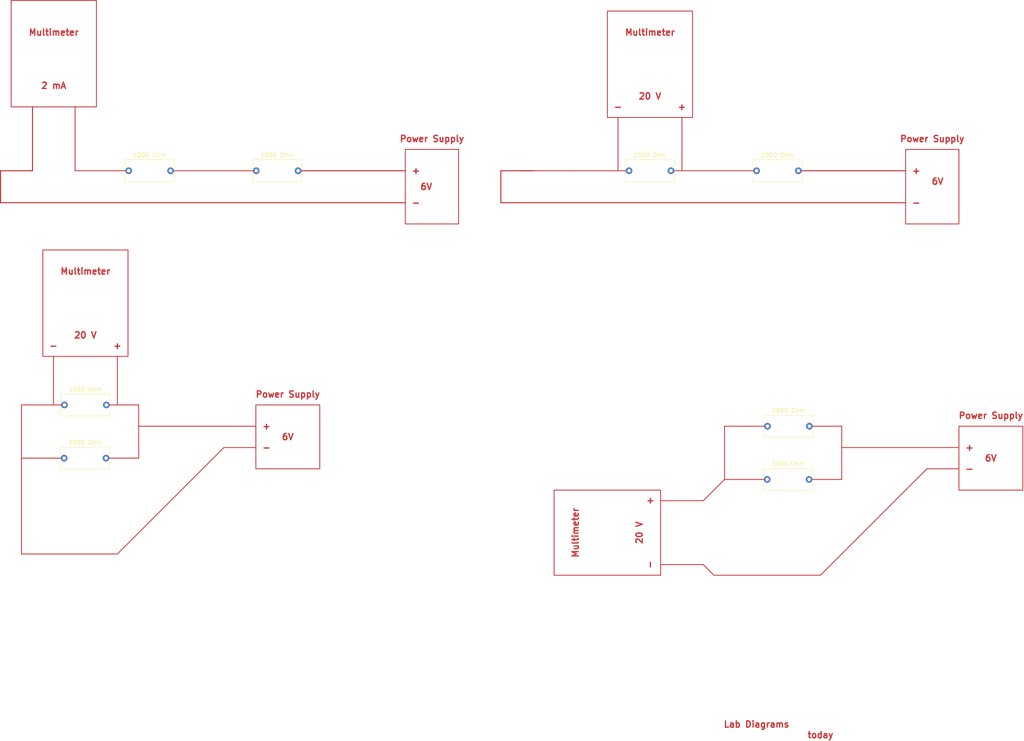
<source format=kicad_pcb>
(kicad_pcb (version 20211014) (generator pcbnew)
  (layers (0 "F.Cu" signal) (31 "B.Cu" signal) (34 "B.Paste" user) (35 "F.Paste" user) (36 "B.SilkS" user "B.Silkscreen") (37 "F.SilkS" user "F.Silkscreen") (38 "B.Mask" user) (39 "F.Mask" user) (44 "Edge.Cuts" user))
  (net 0 "")
  (footprint "Capacitor_THT:C_Rect_L11.5mm_W5.0mm_P10.00mm_MKT" (layer "F.Cu") (at 30.48 127)
    (fp_text reference "1000 Ohm" (at 5 -3.75) (layer "F.SilkS"))
    (fp_text value "")
    (fp_line (start -0.87 -2.62) (end -0.87 -0.665) (layer "F.SilkS") (width 0.12))
    (fp_line (start -0.87 0.665) (end -0.87 2.62) (layer "F.SilkS") (width 0.12))
    (fp_line (start 10.87 0.665) (end 10.87 2.62) (layer "F.SilkS") (width 0.12))
    (fp_line (start -0.87 2.62) (end 10.87 2.62) (layer "F.SilkS") (width 0.12))
    (fp_line (start -0.87 -2.62) (end 10.87 -2.62) (layer "F.SilkS") (width 0.12))
    (fp_line (start 10.87 -2.62) (end 10.87 -0.665) (layer "F.SilkS") (width 0.12))
    (pad "1" thru_hole circle (at 0 0) (size 1.6 1.6) (drill 0.8) (layers F&B.Cu *.Mask))
    (pad "2" thru_hole circle (at 10 0) (size 1.6 1.6) (drill 0.8) (layers F&B.Cu *.Mask))
  )
  (footprint "Capacitor_THT:C_Rect_L11.5mm_W5.0mm_P10.00mm_MKT" (layer "F.Cu") (at 165.18 58.42)
    (fp_text reference "1000 Ohm" (at 5 -3.75) (layer "F.SilkS"))
    (fp_text value "")
    (fp_line (start -0.87 -2.62) (end -0.87 -0.665) (layer "F.SilkS") (width 0.12))
    (fp_line (start 10.87 0.665) (end 10.87 2.62) (layer "F.SilkS") (width 0.12))
    (fp_line (start -0.87 -2.62) (end 10.87 -2.62) (layer "F.SilkS") (width 0.12))
    (fp_line (start -0.87 0.665) (end -0.87 2.62) (layer "F.SilkS") (width 0.12))
    (fp_line (start 10.87 -2.62) (end 10.87 -0.665) (layer "F.SilkS") (width 0.12))
    (fp_line (start -0.87 2.62) (end 10.87 2.62) (layer "F.SilkS") (width 0.12))
    (pad "1" thru_hole circle (at 0 0) (size 1.6 1.6) (drill 0.8) (layers F&B.Cu *.Mask))
    (pad "2" thru_hole circle (at 10 0) (size 1.6 1.6) (drill 0.8) (layers F&B.Cu *.Mask))
  )
  (footprint "Capacitor_THT:C_Rect_L11.5mm_W5.0mm_P10.00mm_MKT" (layer "F.Cu") (at 30.56 114.3)
    (fp_text reference "1000 Ohm" (at 5 -3.75) (layer "F.SilkS"))
    (fp_text value "")
    (fp_line (start -0.87 -2.62) (end 10.87 -2.62) (layer "F.SilkS") (width 0.12))
    (fp_line (start -0.87 2.62) (end 10.87 2.62) (layer "F.SilkS") (width 0.12))
    (fp_line (start 10.87 -2.62) (end 10.87 -0.665) (layer "F.SilkS") (width 0.12))
    (fp_line (start -0.87 -2.62) (end -0.87 -0.665) (layer "F.SilkS") (width 0.12))
    (fp_line (start 10.87 0.665) (end 10.87 2.62) (layer "F.SilkS") (width 0.12))
    (fp_line (start -0.87 0.665) (end -0.87 2.62) (layer "F.SilkS") (width 0.12))
    (pad "1" thru_hole circle (at 0 0) (size 1.6 1.6) (drill 0.8) (layers F&B.Cu *.Mask))
    (pad "2" thru_hole circle (at 10 0) (size 1.6 1.6) (drill 0.8) (layers F&B.Cu *.Mask))
  )
  (footprint "Capacitor_THT:C_Rect_L11.5mm_W5.0mm_P10.00mm_MKT" (layer "F.Cu") (at 198.12 132.08)
    (fp_text reference "1000 Ohm" (at 5 -3.75) (layer "F.SilkS"))
    (fp_text value "")
    (fp_line (start -0.87 2.62) (end 10.87 2.62) (layer "F.SilkS") (width 0.12))
    (fp_line (start 10.87 0.665) (end 10.87 2.62) (layer "F.SilkS") (width 0.12))
    (fp_line (start -0.87 0.665) (end -0.87 2.62) (layer "F.SilkS") (width 0.12))
    (fp_line (start 10.87 -2.62) (end 10.87 -0.665) (layer "F.SilkS") (width 0.12))
    (fp_line (start -0.87 -2.62) (end 10.87 -2.62) (layer "F.SilkS") (width 0.12))
    (fp_line (start -0.87 -2.62) (end -0.87 -0.665) (layer "F.SilkS") (width 0.12))
    (pad "1" thru_hole circle (at 0 0) (size 1.6 1.6) (drill 0.8) (layers F&B.Cu *.Mask))
    (pad "2" thru_hole circle (at 10 0) (size 1.6 1.6) (drill 0.8) (layers F&B.Cu *.Mask))
  )
  (footprint "Capacitor_THT:C_Rect_L11.5mm_W5.0mm_P10.00mm_MKT" (layer "F.Cu") (at 45.88 58.42)
    (fp_text reference "1000 Ohm" (at 5 -3.75) (layer "F.SilkS"))
    (fp_text value "")
    (fp_line (start 10.87 0.665) (end 10.87 2.62) (layer "F.SilkS") (width 0.12))
    (fp_line (start 10.87 -2.62) (end 10.87 -0.665) (layer "F.SilkS") (width 0.12))
    (fp_line (start -0.87 0.665) (end -0.87 2.62) (layer "F.SilkS") (width 0.12))
    (fp_line (start -0.87 -2.62) (end -0.87 -0.665) (layer "F.SilkS") (width 0.12))
    (fp_line (start -0.87 -2.62) (end 10.87 -2.62) (layer "F.SilkS") (width 0.12))
    (fp_line (start -0.87 2.62) (end 10.87 2.62) (layer "F.SilkS") (width 0.12))
    (pad "1" thru_hole circle (at 0 0) (size 1.6 1.6) (drill 0.8) (layers F&B.Cu *.Mask))
    (pad "2" thru_hole circle (at 10 0) (size 1.6 1.6) (drill 0.8) (layers F&B.Cu *.Mask))
  )
  (footprint "Capacitor_THT:C_Rect_L11.5mm_W5.0mm_P10.00mm_MKT" (layer "F.Cu") (at 76.28 58.42)
    (fp_text reference "1000 Ohm" (at 5 -3.75) (layer "F.SilkS"))
    (fp_text value "")
    (fp_line (start 10.87 0.665) (end 10.87 2.62) (layer "F.SilkS") (width 0.12))
    (fp_line (start -0.87 -2.62) (end 10.87 -2.62) (layer "F.SilkS") (width 0.12))
    (fp_line (start -0.87 0.665) (end -0.87 2.62) (layer "F.SilkS") (width 0.12))
    (fp_line (start 10.87 -2.62) (end 10.87 -0.665) (layer "F.SilkS") (width 0.12))
    (fp_line (start -0.87 2.62) (end 10.87 2.62) (layer "F.SilkS") (width 0.12))
    (fp_line (start -0.87 -2.62) (end -0.87 -0.665) (layer "F.SilkS") (width 0.12))
    (pad "1" thru_hole circle (at 0 0) (size 1.6 1.6) (drill 0.8) (layers F&B.Cu *.Mask))
    (pad "2" thru_hole circle (at 10 0) (size 1.6 1.6) (drill 0.8) (layers F&B.Cu *.Mask))
  )
  (footprint "Capacitor_THT:C_Rect_L11.5mm_W5.0mm_P10.00mm_MKT" (layer "F.Cu") (at 198.2 119.38)
    (fp_text reference "1000 Ohm" (at 5 -3.75) (layer "F.SilkS"))
    (fp_text value "")
    (fp_line (start 10.87 0.665) (end 10.87 2.62) (layer "F.SilkS") (width 0.12))
    (fp_line (start -0.87 -2.62) (end 10.87 -2.62) (layer "F.SilkS") (width 0.12))
    (fp_line (start -0.87 0.665) (end -0.87 2.62) (layer "F.SilkS") (width 0.12))
    (fp_line (start 10.87 -2.62) (end 10.87 -0.665) (layer "F.SilkS") (width 0.12))
    (fp_line (start -0.87 2.62) (end 10.87 2.62) (layer "F.SilkS") (width 0.12))
    (fp_line (start -0.87 -2.62) (end -0.87 -0.665) (layer "F.SilkS") (width 0.12))
    (pad "1" thru_hole circle (at 0 0) (size 1.6 1.6) (drill 0.8) (layers F&B.Cu *.Mask))
    (pad "2" thru_hole circle (at 10 0) (size 1.6 1.6) (drill 0.8) (layers F&B.Cu *.Mask))
  )
  (footprint "Capacitor_THT:C_Rect_L11.5mm_W5.0mm_P10.00mm_MKT" (layer "F.Cu") (at 195.58 58.42)
    (fp_text reference "1000 Ohm" (at 5 -3.75) (layer "F.SilkS"))
    (fp_text value "")
    (fp_line (start -0.87 0.665) (end -0.87 2.62) (layer "F.SilkS") (width 0.12))
    (fp_line (start -0.87 2.62) (end 10.87 2.62) (layer "F.SilkS") (width 0.12))
    (fp_line (start 10.87 -2.62) (end 10.87 -0.665) (layer "F.SilkS") (width 0.12))
    (fp_line (start 10.87 0.665) (end 10.87 2.62) (layer "F.SilkS") (width 0.12))
    (fp_line (start -0.87 -2.62) (end 10.87 -2.62) (layer "F.SilkS") (width 0.12))
    (fp_line (start -0.87 -2.62) (end -0.87 -0.665) (layer "F.SilkS") (width 0.12))
    (pad "1" thru_hole circle (at 0 0) (size 1.6 1.6) (drill 0.8) (layers F&B.Cu *.Mask))
    (pad "2" thru_hole circle (at 10 0) (size 1.6 1.6) (drill 0.8) (layers F&B.Cu *.Mask))
  )
  (gr_rect (start 111.84 53.34) (end 124.54 71.12) (layer "F.Cu") (width 0.2) (fill none))
  (gr_line (start 27.943749 102.783518) (end 27.94 114.3) (layer "F.Cu") (width 0.2))
  (gr_line (start 162.56 45.72) (end 162.56 58.42) (layer "F.Cu") (width 0.2))
  (gr_rect (start 17.86 17.78) (end 38.18 43.18) (layer "F.Cu") (width 0.2) (fill none))
  (gr_line (start 177.8 58.42) (end 177.8 45.72) (layer "F.Cu") (width 0.2))
  (gr_rect (start 76.2 114.3) (end 91.44 129.54) (layer "F.Cu") (width 0.2) (fill none))
  (gr_rect (start 25.4 77.33) (end 45.72 102.73) (layer "F.Cu") (width 0.2) (fill none))
  (gr_rect (start 231.14 53.34) (end 243.84 71.12) (layer "F.Cu") (width 0.2) (fill none))
  (gr_rect (start 243.84 119.38) (end 259.08 134.62) (layer "F.Cu") (width 0.2) (fill none))
  (gr_rect (start 147.32 154.94) (end 172.72 134.62) (layer "F.Cu") (width 0.2) (fill none))
  (gr_line (start 43.18 102.73) (end 43.18 114.3) (layer "F.Cu") (width 0.2))
  (gr_rect (start 160.02 20.32) (end 180.34 45.72) (layer "F.Cu") (width 0.2) (fill none))
  (gr_text "+" (at 246.38 124.46) (layer "F.Cu") (effects (font (size 1.5 1.5) (thickness 0.3))))
  (gr_text "-" (at 114.38 66.04) (layer "F.Cu") (effects (font (size 1.5 1.5) (thickness 0.3))))
  (gr_text "Multimeter" (at 28.02 25.4) (layer "F.Cu") (effects (font (size 1.5 1.5) (thickness 0.3))))
  (gr_text "-" (at 162.56 43.18) (layer "F.Cu") (effects (font (size 1.5 1.5) (thickness 0.3))))
  (gr_text "+\n" (at 233.68 58.42) (layer "F.Cu") (effects (font (size 1.5 1.5) (thickness 0.3))))
  (gr_text "Multimeter" (at 35.56 82.41) (layer "F.Cu") (effects (font (size 1.5 1.5) (thickness 0.3))))
  (gr_text "2 mA" (at 28.02 38.1) (layer "F.Cu") (effects (font (size 1.5 1.5) (thickness 0.3))))
  (gr_text "20 V" (at 170.18 40.64) (layer "F.Cu") (effects (font (size 1.5 1.5) (thickness 0.3))))
  (gr_text "+\n" (at 170.18 137.16 90) (layer "F.Cu") (effects (font (size 1.5 1.5) (thickness 0.3))))
  (gr_text "20 V" (at 35.56 97.65) (layer "F.Cu") (effects (font (size 1.5 1.5) (thickness 0.3))))
  (gr_text "6V" (at 251.46 127) (layer "F.Cu") (effects (font (size 1.5 1.5) (thickness 0.3))))
  (gr_text "+\n" (at 43.18 100.19) (layer "F.Cu") (effects (font (size 1.5 1.5) (thickness 0.3))))
  (gr_text "-" (at 170.18 152.4 90) (layer "F.Cu") (effects (font (size 1.5 1.5) (thickness 0.3))))
  (gr_text "6V" (at 116.84 62.23) (layer "F.Cu") (effects (font (size 1.5 1.5) (thickness 0.3))))
  (gr_text "Lab Diagrams\n" (at 195.58 190.5) (layer "F.Cu") (effects (font (size 1.5 1.5) (thickness 0.3))))
  (gr_text "+\n" (at 177.8 43.18) (layer "F.Cu") (effects (font (size 1.5 1.5) (thickness 0.3))))
  (gr_text "6V" (at 83.82 121.92) (layer "F.Cu") (effects (font (size 1.5 1.5) (thickness 0.3))))
  (gr_text "+" (at 78.74 119.38) (layer "F.Cu") (effects (font (size 1.5 1.5) (thickness 0.3))))
  (gr_text "6V" (at 238.76 60.96) (layer "F.Cu") (effects (font (size 1.5 1.5) (thickness 0.3))))
  (gr_text "20 V" (at 167.64 144.78 90) (layer "F.Cu") (effects (font (size 1.5 1.5) (thickness 0.3))))
  (gr_text "-" (at 27.94 100.19) (layer "F.Cu") (effects (font (size 1.5 1.5) (thickness 0.3))))
  (gr_text "-" (at 246.38 129.54) (layer "F.Cu") (effects (font (size 1.5 1.5) (thickness 0.3))))
  (gr_text "today\n" (at 210.82 193.04) (layer "F.Cu") (effects (font (size 1.5 1.5) (thickness 0.3))))
  (gr_text "Power Supply\n" (at 251.46 116.84) (layer "F.Cu") (effects (font (size 1.5 1.5) (thickness 0.3))))
  (gr_text "Power Supply\n" (at 118.19 50.8) (layer "F.Cu") (effects (font (size 1.5 1.5) (thickness 0.3))))
  (gr_text "Multimeter" (at 170.18 25.4) (layer "F.Cu") (effects (font (size 1.5 1.5) (thickness 0.3))))
  (gr_text "Power Supply\n" (at 83.82 111.76) (layer "F.Cu") (effects (font (size 1.5 1.5) (thickness 0.3))))
  (gr_text "Power Supply\n" (at 237.49 50.8) (layer "F.Cu") (effects (font (size 1.5 1.5) (thickness 0.3))))
  (gr_text "+\n" (at 114.38 58.42) (layer "F.Cu") (effects (font (size 1.5 1.5) (thickness 0.3))))
  (gr_text "Multimeter" (at 152.4 144.78 90) (layer "F.Cu") (effects (font (size 1.5 1.5) (thickness 0.3))))
  (gr_text "-" (at 233.68 66.04) (layer "F.Cu") (effects (font (size 1.5 1.5) (thickness 0.3))))
  (gr_text "-" (at 78.74 124.46) (layer "F.Cu") (effects (font (size 1.5 1.5) (thickness 0.3))))
  (segment (start 48.26 127) (end 40.48 127) (width 0.2) (layer "F.Cu") (net 0))
  (segment (start 142.24 58.42) (end 134.62 58.42) (width 0.25) (layer "F.Cu") (net 0))
  (segment (start 22.94 58.42) (end 15.32 58.42) (width 0.25) (layer "F.Cu") (net 0))
  (segment (start 182.88 137.16) (end 172.8 137.16) (width 0.2) (layer "F.Cu") (net 0))
  (segment (start 22.94 43.18) (end 22.94 58.42) (width 0.25) (layer "F.Cu") (net 0))
  (segment (start 215.9 132.08) (end 208.12 132.08) (width 0.2) (layer "F.Cu") (net 0))
  (segment (start 20.32 114.3) (end 20.32 149.86) (width 0.2) (layer "F.Cu") (net 0))
  (segment (start 134.62 66.04) (end 231.14 66.04) (width 0.25) (layer "F.Cu") (net 0))
  (segment (start 195.58 58.42) (end 175.18 58.42) (width 0.2) (layer "F.Cu") (net 0))
  (segment (start 40.56 114.3) (end 48.26 114.3) (width 0.2) (layer "F.Cu") (net 0))
  (segment (start 15.32 66.04) (end 111.84 66.04) (width 0.25) (layer "F.Cu") (net 0))
  (segment (start 30.56 114.3) (end 20.32 114.3) (width 0.2) (layer "F.Cu") (net 0))
  (segment (start 198.12 132.08) (end 187.96 132.08) (width 0.2) (layer "F.Cu") (net 0))
  (segment (start 48.26 114.3) (end 48.26 119.38) (width 0.2) (layer "F.Cu") (net 0))
  (segment (start 208.2 119.38) (end 215.9 119.38) (width 0.2) (layer "F.Cu") (net 0))
  (segment (start 198.2 119.38) (end 187.96 119.38) (width 0.2) (layer "F.Cu") (net 0))
  (segment (start 187.96 132.08) (end 182.88 137.16) (width 0.2) (layer "F.Cu") (net 0))
  (segment (start 68.58 124.46) (end 76.2 124.46) (width 0.2) (layer "F.Cu") (net 0))
  (segment (start 30.48 127) (end 20.32 127) (width 0.2) (layer "F.Cu") (net 0))
  (segment (start 215.9 124.46) (end 243.84 124.46) (width 0.2) (layer "F.Cu") (net 0))
  (segment (start 111.84 58.42) (end 86.28 58.42) (width 0.25) (layer "F.Cu") (net 0))
  (segment (start 48.26 119.38) (end 76.2 119.38) (width 0.2) (layer "F.Cu") (net 0))
  (segment (start 48.26 119.38) (end 48.26 127) (width 0.2) (layer "F.Cu") (net 0))
  (segment (start 20.32 149.86) (end 43.18 149.86) (width 0.2) (layer "F.Cu") (net 0))
  (segment (start 187.96 119.38) (end 187.96 132.08) (width 0.2) (layer "F.Cu") (net 0))
  (segment (start 15.32 58.42) (end 15.32 66.04) (width 0.25) (layer "F.Cu") (net 0))
  (segment (start 231.14 58.42) (end 205.58 58.42) (width 0.25) (layer "F.Cu") (net 0))
  (segment (start 43.18 149.86) (end 68.58 124.46) (width 0.2) (layer "F.Cu") (net 0))
  (segment (start 215.9 124.46) (end 215.9 132.08) (width 0.2) (layer "F.Cu") (net 0))
  (segment (start 215.9 119.38) (end 215.9 124.46) (width 0.2) (layer "F.Cu") (net 0))
  (segment (start 236.22 129.54) (end 243.84 129.54) (width 0.2) (layer "F.Cu") (net 0))
  (segment (start 152.4 58.42) (end 139.7 58.42) (width 0.2) (layer "F.Cu") (net 0))
  (segment (start 33.1 58.42) (end 33.1 43.18) (width 0.2) (layer "F.Cu") (net 0))
  (segment (start 76.28 58.42) (end 55.88 58.42) (width 0.2) (layer "F.Cu") (net 0))
  (segment (start 182.88 152.4) (end 172.8 152.4) (width 0.2) (layer "F.Cu") (net 0))
  (segment (start 185.42 154.94) (end 182.88 152.4) (width 0.2) (layer "F.Cu") (net 0))
  (segment (start 187.96 154.94) (end 185.42 154.94) (width 0.2) (layer "F.Cu") (net 0))
  (segment (start 134.62 58.42) (end 134.62 66.04) (width 0.25) (layer "F.Cu") (net 0))
  (segment (start 210.82 154.94) (end 236.22 129.54) (width 0.2) (layer "F.Cu") (net 0))
  (segment (start 187.96 154.94) (end 210.82 154.94) (width 0.2) (layer "F.Cu") (net 0))
  (segment (start 45.88 58.42) (end 33.1 58.42) (width 0.2) (layer "F.Cu") (net 0))
  (segment (start 165.18 58.42) (end 152.4 58.42) (width 0.2) (layer "F.Cu") (net 0))
)
</source>
